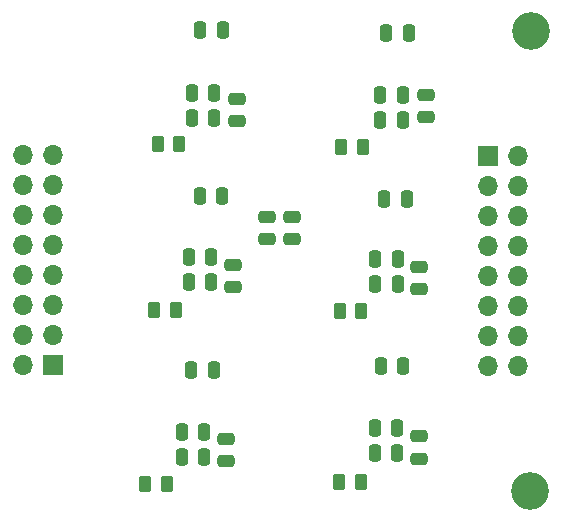
<source format=gbs>
G04 #@! TF.GenerationSoftware,KiCad,Pcbnew,(6.0.6)*
G04 #@! TF.CreationDate,2022-08-29T15:29:16+02:00*
G04 #@! TF.ProjectId,amplifier-board-six-channels,616d706c-6966-4696-9572-2d626f617264,rev?*
G04 #@! TF.SameCoordinates,Original*
G04 #@! TF.FileFunction,Soldermask,Bot*
G04 #@! TF.FilePolarity,Negative*
%FSLAX46Y46*%
G04 Gerber Fmt 4.6, Leading zero omitted, Abs format (unit mm)*
G04 Created by KiCad (PCBNEW (6.0.6)) date 2022-08-29 15:29:16*
%MOMM*%
%LPD*%
G01*
G04 APERTURE LIST*
G04 Aperture macros list*
%AMRoundRect*
0 Rectangle with rounded corners*
0 $1 Rounding radius*
0 $2 $3 $4 $5 $6 $7 $8 $9 X,Y pos of 4 corners*
0 Add a 4 corners polygon primitive as box body*
4,1,4,$2,$3,$4,$5,$6,$7,$8,$9,$2,$3,0*
0 Add four circle primitives for the rounded corners*
1,1,$1+$1,$2,$3*
1,1,$1+$1,$4,$5*
1,1,$1+$1,$6,$7*
1,1,$1+$1,$8,$9*
0 Add four rect primitives between the rounded corners*
20,1,$1+$1,$2,$3,$4,$5,0*
20,1,$1+$1,$4,$5,$6,$7,0*
20,1,$1+$1,$6,$7,$8,$9,0*
20,1,$1+$1,$8,$9,$2,$3,0*%
G04 Aperture macros list end*
%ADD10C,3.200000*%
%ADD11R,1.700000X1.700000*%
%ADD12O,1.700000X1.700000*%
%ADD13RoundRect,0.250000X-0.262500X-0.450000X0.262500X-0.450000X0.262500X0.450000X-0.262500X0.450000X0*%
%ADD14RoundRect,0.250000X-0.475000X0.250000X-0.475000X-0.250000X0.475000X-0.250000X0.475000X0.250000X0*%
%ADD15RoundRect,0.250000X0.250000X0.475000X-0.250000X0.475000X-0.250000X-0.475000X0.250000X-0.475000X0*%
%ADD16RoundRect,0.250000X-0.250000X-0.475000X0.250000X-0.475000X0.250000X0.475000X-0.250000X0.475000X0*%
%ADD17RoundRect,0.250000X0.475000X-0.250000X0.475000X0.250000X-0.475000X0.250000X-0.475000X-0.250000X0*%
G04 APERTURE END LIST*
D10*
X80695800Y-20548600D03*
D11*
X40300000Y-48875000D03*
D12*
X37760000Y-48875000D03*
X40300000Y-46335000D03*
X37760000Y-46335000D03*
X40300000Y-43795000D03*
X37760000Y-43795000D03*
X40300000Y-41255000D03*
X37760000Y-41255000D03*
X40300000Y-38715000D03*
X37760000Y-38715000D03*
X40300000Y-36175000D03*
X37760000Y-36175000D03*
X40300000Y-33635000D03*
X37760000Y-33635000D03*
X40300000Y-31095000D03*
X37760000Y-31095000D03*
D10*
X80670400Y-59486800D03*
D11*
X77063600Y-31125000D03*
D12*
X79603600Y-31125000D03*
X77063600Y-33665000D03*
X79603600Y-33665000D03*
X77063600Y-36205000D03*
X79603600Y-36205000D03*
X77063600Y-38745000D03*
X79603600Y-38745000D03*
X77063600Y-41285000D03*
X79603600Y-41285000D03*
X77063600Y-43825000D03*
X79603600Y-43825000D03*
X77063600Y-46365000D03*
X79603600Y-46365000D03*
X77063600Y-48905000D03*
X79603600Y-48905000D03*
D13*
X64500100Y-58751400D03*
X66325100Y-58751400D03*
X48056600Y-58898400D03*
X49881600Y-58898400D03*
D14*
X54881600Y-55098400D03*
X54881600Y-56998400D03*
X55531600Y-40348400D03*
X55531600Y-42248400D03*
D15*
X69412600Y-54201400D03*
X67512600Y-54201400D03*
X69462600Y-39851400D03*
X67562600Y-39851400D03*
X53681600Y-41798400D03*
X51781600Y-41798400D03*
X53896600Y-25823400D03*
X51996600Y-25823400D03*
D13*
X64687600Y-30426400D03*
X66512600Y-30426400D03*
D16*
X68312600Y-34751400D03*
X70212600Y-34751400D03*
X52681600Y-34498400D03*
X54581600Y-34498400D03*
X68012600Y-48951400D03*
X69912600Y-48951400D03*
D14*
X71262600Y-40551400D03*
X71262600Y-42451400D03*
D15*
X69887600Y-28076400D03*
X67987600Y-28076400D03*
X69887600Y-25976400D03*
X67987600Y-25976400D03*
D17*
X60502800Y-38186400D03*
X60502800Y-36286400D03*
D16*
X51981600Y-49298400D03*
X53881600Y-49298400D03*
D15*
X53896600Y-27923400D03*
X51996600Y-27923400D03*
D14*
X71812600Y-25951400D03*
X71812600Y-27851400D03*
D15*
X53681600Y-39698400D03*
X51781600Y-39698400D03*
D17*
X58420000Y-38186400D03*
X58420000Y-36286400D03*
D14*
X71262600Y-54901400D03*
X71262600Y-56801400D03*
D15*
X69462600Y-41951400D03*
X67562600Y-41951400D03*
X53081600Y-56648400D03*
X51181600Y-56648400D03*
D16*
X52746600Y-20473400D03*
X54646600Y-20473400D03*
D14*
X55831600Y-26298400D03*
X55831600Y-28198400D03*
D13*
X64550100Y-44301400D03*
X66375100Y-44301400D03*
X48819100Y-44198400D03*
X50644100Y-44198400D03*
D16*
X68487600Y-20726400D03*
X70387600Y-20726400D03*
D13*
X49134100Y-30123400D03*
X50959100Y-30123400D03*
D15*
X69412600Y-56301400D03*
X67512600Y-56301400D03*
X53081600Y-54548400D03*
X51181600Y-54548400D03*
M02*

</source>
